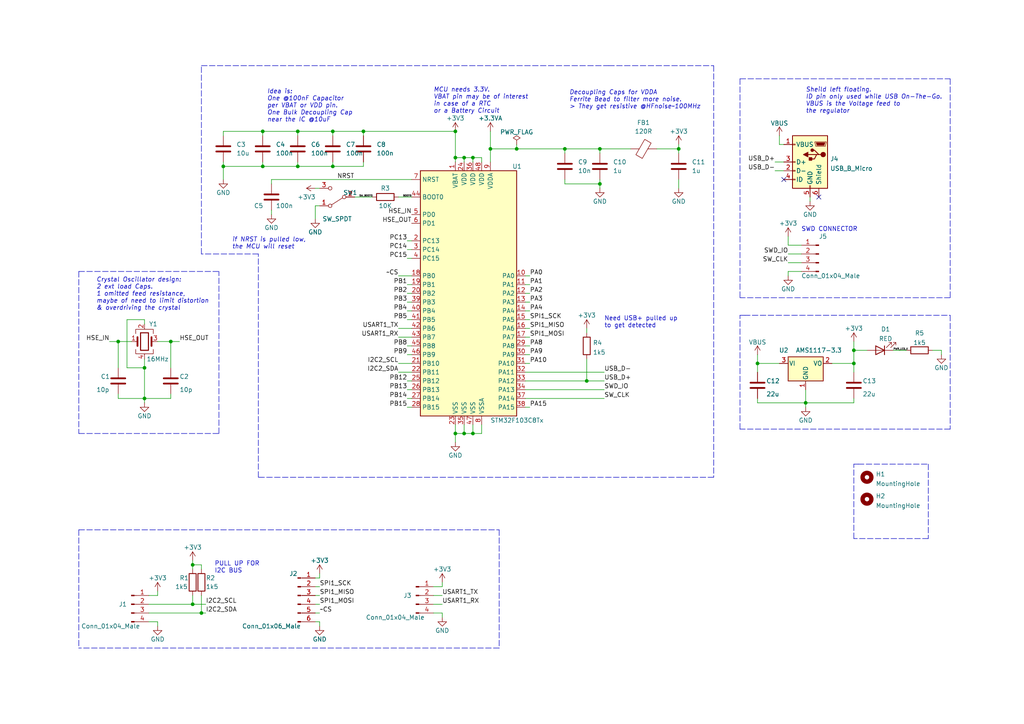
<source format=kicad_sch>
(kicad_sch (version 20211123) (generator eeschema)
  (paper "A4")
  (title_block (title "STM32_DEV_BOARD") (date "2022-02-13") (rev "v1") (company "@SKrish_K"))
  (lib_symbols
    (symbol "Connector:Conn_01x04_Male" (pin_names (offset 1.016) hide)
      (property "Reference" "J" (at 0 5.08 0))
      (property "Value" "Conn_01x04_Male" (at 0 -7.62 0))
      (symbol "Conn_01x04_Male_1_1"
        (polyline (pts (xy 1.27 -5.08) (xy 0.8636 -5.08)) (stroke (width 0.1524)))
        (polyline (pts (xy 1.27 -2.54) (xy 0.8636 -2.54)) (stroke (width 0.1524)))
        (polyline (pts (xy 1.27 0) (xy 0.8636 0)) (stroke (width 0.1524)))
        (polyline (pts (xy 1.27 2.54) (xy 0.8636 2.54)) (stroke (width 0.1524)))
        (rectangle (start 0.8636 -4.953) (end 0 -5.207) (stroke (width 0.1524)) (fill (type outline)))
        (rectangle (start 0.8636 -2.413) (end 0 -2.667) (stroke (width 0.1524)) (fill (type outline)))
        (rectangle (start 0.8636 0.127) (end 0 -0.127) (stroke (width 0.1524)) (fill (type outline)))
        (rectangle (start 0.8636 2.667) (end 0 2.413) (stroke (width 0.1524)) (fill (type outline)))
        (pin passive line (at 5.08 2.54 180) (length 3.81) (name "Pin_1") (number "1"))
        (pin passive line (at 5.08 0 180) (length 3.81) (name "Pin_2") (number "2"))
        (pin passive line (at 5.08 -2.54 180) (length 3.81) (name "Pin_3") (number "3"))
        (pin passive line (at 5.08 -5.08 180) (length 3.81) (name "Pin_4") (number "4"))
      )
    )
    (symbol "Connector:Conn_01x06_Male" (pin_names (offset 1.016) hide)
      (property "Reference" "J" (at 0 7.62 0))
      (property "Value" "Conn_01x06_Male" (at 0 -10.16 0))
      (symbol "Conn_01x06_Male_1_1"
        (polyline (pts (xy 1.27 -7.62) (xy 0.8636 -7.62)) (stroke (width 0.1524)))
        (polyline (pts (xy 1.27 -5.08) (xy 0.8636 -5.08)) (stroke (width 0.1524)))
        (polyline (pts (xy 1.27 -2.54) (xy 0.8636 -2.54)) (stroke (width 0.1524)))
        (polyline (pts (xy 1.27 0) (xy 0.8636 0)) (stroke (width 0.1524)))
        (polyline (pts (xy 1.27 2.54) (xy 0.8636 2.54)) (stroke (width 0.1524)))
        (polyline (pts (xy 1.27 5.08) (xy 0.8636 5.08)) (stroke (width 0.1524)))
        (rectangle (start 0.8636 -7.493) (end 0 -7.747) (stroke (width 0.1524)) (fill (type outline)))
        (rectangle (start 0.8636 -4.953) (end 0 -5.207) (stroke (width 0.1524)) (fill (type outline)))
        (rectangle (start 0.8636 -2.413) (end 0 -2.667) (stroke (width 0.1524)) (fill (type outline)))
        (rectangle (start 0.8636 0.127) (end 0 -0.127) (stroke (width 0.1524)) (fill (type outline)))
        (rectangle (start 0.8636 2.667) (end 0 2.413) (stroke (width 0.1524)) (fill (type outline)))
        (rectangle (start 0.8636 5.207) (end 0 4.953) (stroke (width 0.1524)) (fill (type outline)))
        (pin passive line (at 5.08 5.08 180) (length 3.81) (name "Pin_1") (number "1"))
        (pin passive line (at 5.08 2.54 180) (length 3.81) (name "Pin_2") (number "2"))
        (pin passive line (at 5.08 0 180) (length 3.81) (name "Pin_3") (number "3"))
        (pin passive line (at 5.08 -2.54 180) (length 3.81) (name "Pin_4") (number "4"))
        (pin passive line (at 5.08 -5.08 180) (length 3.81) (name "Pin_5") (number "5"))
        (pin passive line (at 5.08 -7.62 180) (length 3.81) (name "Pin_6") (number "6"))
      )
    )
    (symbol "Connector:USB_B_Micro" (pin_names (offset 1.016))
      (property "Reference" "J" (at -5.08 11.43 0))
      (property "Value" "USB_B_Micro" (at -5.08 8.89 0))
      (symbol "USB_B_Micro_0_1"
        (rectangle (start -5.08 -7.62) (end 5.08 7.62) (stroke (width 0.254)) (fill (type background)))
        (circle (center -3.81 2.159) (radius 0.635) (stroke (width 0.254)) (fill (type outline)))
        (circle (center -0.635 3.429) (radius 0.381) (stroke (width 0.254)) (fill (type outline)))
        (rectangle (start -0.127 -7.62) (end 0.127 -6.858))
        (polyline (pts (xy -1.905 2.159) (xy 0.635 2.159)) (stroke (width 0.254)))
        (polyline (pts (xy -3.175 2.159) (xy -2.54 2.159) (xy -1.27 3.429) (xy -0.635 3.429)) (stroke (width 0.254)))
        (polyline (pts (xy -2.54 2.159) (xy -1.905 2.159) (xy -1.27 0.889) (xy 0 0.889)) (stroke (width 0.254)))
        (polyline (pts (xy 0.635 2.794) (xy 0.635 1.524) (xy 1.905 2.159) (xy 0.635 2.794)) (stroke (width 0.254)) (fill (type outline)))
        (polyline (pts (xy -4.318 5.588) (xy -1.778 5.588) (xy -2.032 4.826) (xy -4.064 4.826) (xy -4.318 5.588)) (fill (type outline)))
        (polyline (pts (xy -4.699 5.842) (xy -4.699 5.588) (xy -4.445 4.826) (xy -4.445 4.572) (xy -1.651 4.572) (xy -1.651 4.826) (xy -1.397 5.588) (xy -1.397 5.842) (xy -4.699 5.842)))
        (rectangle (start 0.254 1.27) (end -0.508 0.508) (stroke (width 0.254)) (fill (type outline)))
        (rectangle (start 5.08 -5.207) (end 4.318 -4.953))
        (rectangle (start 5.08 -2.667) (end 4.318 -2.413))
        (rectangle (start 5.08 -0.127) (end 4.318 0.127))
        (rectangle (start 5.08 4.953) (end 4.318 5.207))
      )
      (symbol "USB_B_Micro_1_1"
        (pin power_out line (at 7.62 5.08 180) (length 2.54) (name "VBUS") (number "1"))
        (pin bidirectional line (at 7.62 -2.54 180) (length 2.54) (name "D-") (number "2"))
        (pin bidirectional line (at 7.62 0 180) (length 2.54) (name "D+") (number "3"))
        (pin passive line (at 7.62 -5.08 180) (length 2.54) (name "ID") (number "4"))
        (pin power_out line (at 0 -10.16 90) (length 2.54) (name "GND") (number "5"))
        (pin passive line (at -2.54 -10.16 90) (length 2.54) (name "Shield") (number "6"))
      )
    )
    (symbol "Device:C" (pin_numbers hide) (pin_names (offset 0.254))
      (property "Reference" "C" (at 0.635 2.54 0))
      (property "Value" "C" (at 0.635 -2.54 0))
      (symbol "C_0_1"
        (polyline (pts (xy -2.032 -0.762) (xy 2.032 -0.762)) (stroke (width 0.508)))
        (polyline (pts (xy -2.032 0.762) (xy 2.032 0.762)) (stroke (width 0.508)))
      )
      (symbol "C_1_1"
        (pin passive line (at 0 3.81 270) (length 2.794) (name "~") (number "1"))
        (pin passive line (at 0 -3.81 90) (length 2.794) (name "~") (number "2"))
      )
    )
    (symbol "Device:Crystal_GND24" (pin_names (offset 1.016) hide)
      (property "Reference" "Y" (at 3.175 5.08 0))
      (property "Value" "Crystal_GND24" (at 3.175 3.175 0))
      (symbol "Crystal_GND24_0_1"
        (rectangle (start -1.143 2.54) (end 1.143 -2.54) (stroke (width 0.3048)))
        (polyline (pts (xy -2.54 0) (xy -2.032 0)))
        (polyline (pts (xy -2.032 -1.27) (xy -2.032 1.27)) (stroke (width 0.508)))
        (polyline (pts (xy 0 -3.81) (xy 0 -3.556)))
        (polyline (pts (xy 0 3.556) (xy 0 3.81)))
        (polyline (pts (xy 2.032 -1.27) (xy 2.032 1.27)) (stroke (width 0.508)))
        (polyline (pts (xy 2.032 0) (xy 2.54 0)))
        (polyline (pts (xy -2.54 -2.286) (xy -2.54 -3.556) (xy 2.54 -3.556) (xy 2.54 -2.286)))
        (polyline (pts (xy -2.54 2.286) (xy -2.54 3.556) (xy 2.54 3.556) (xy 2.54 2.286)))
      )
      (symbol "Crystal_GND24_1_1"
        (pin passive line (at -3.81 0 0) (length 1.27) (name "1") (number "1"))
        (pin passive line (at 0 5.08 270) (length 1.27) (name "2") (number "2"))
        (pin passive line (at 3.81 0 180) (length 1.27) (name "3") (number "3"))
        (pin passive line (at 0 -5.08 90) (length 1.27) (name "4") (number "4"))
      )
    )
    (symbol "Device:FerriteBead" (pin_numbers hide) (pin_names (offset 0))
      (property "Reference" "FB" (at -3.81 0.635 90))
      (property "Value" "FerriteBead" (at 3.81 0 90))
      (symbol "FerriteBead_0_1"
        (polyline (pts (xy 0 -1.27) (xy 0 -1.2192)))
        (polyline (pts (xy 0 1.27) (xy 0 1.2954)))
        (polyline (pts (xy -2.7686 0.4064) (xy -1.7018 2.2606) (xy 2.7686 -0.3048) (xy 1.6764 -2.159) (xy -2.7686 0.4064)))
      )
      (symbol "FerriteBead_1_1"
        (pin passive line (at 0 3.81 270) (length 2.54) (name "~") (number "1"))
        (pin passive line (at 0 -3.81 90) (length 2.54) (name "~") (number "2"))
      )
    )
    (symbol "Device:LED" (pin_numbers hide) (pin_names (offset 1.016) hide)
      (property "Reference" "D" (at 0 2.54 0))
      (property "Value" "LED" (at 0 -2.54 0))
      (symbol "LED_0_1"
        (polyline (pts (xy -1.27 -1.27) (xy -1.27 1.27)) (stroke (width 0.254)))
        (polyline (pts (xy -1.27 0) (xy 1.27 0)))
        (polyline (pts (xy 1.27 -1.27) (xy 1.27 1.27) (xy -1.27 0) (xy 1.27 -1.27)) (stroke (width 0.254)))
        (polyline (pts (xy -3.048 -0.762) (xy -4.572 -2.286) (xy -3.81 -2.286) (xy -4.572 -2.286) (xy -4.572 -1.524)))
        (polyline (pts (xy -1.778 -0.762) (xy -3.302 -2.286) (xy -2.54 -2.286) (xy -3.302 -2.286) (xy -3.302 -1.524)))
      )
      (symbol "LED_1_1"
        (pin passive line (at -3.81 0 0) (length 2.54) (name "K") (number "1"))
        (pin passive line (at 3.81 0 180) (length 2.54) (name "A") (number "2"))
      )
    )
    (symbol "Device:R" (pin_numbers hide) (pin_names (offset 0))
      (property "Reference" "R" (at 2.032 0 90))
      (property "Value" "R" (at 0 0 90))
      (symbol "R_0_1"
        (rectangle (start -1.016 -2.54) (end 1.016 2.54) (stroke (width 0.254)))
      )
      (symbol "R_1_1"
        (pin passive line (at 0 3.81 270) (length 1.27) (name "~") (number "1"))
        (pin passive line (at 0 -3.81 90) (length 1.27) (name "~") (number "2"))
      )
    )
    (symbol "MCU_ST_STM32F1:STM32F103C8Tx"
      (property "Reference" "U" (at -15.24 36.83 0))
      (property "Value" "STM32F103C8Tx" (at 7.62 36.83 0))
      (symbol "STM32F103C8Tx_0_1"
        (rectangle (start -15.24 -35.56) (end 12.7 35.56) (stroke (width 0.254)) (fill (type background)))
      )
      (symbol "STM32F103C8Tx_1_1"
        (pin power_in line (at -5.08 38.1 270) (length 2.54) (name "VBAT") (number "1"))
        (pin bidirectional line (at 15.24 5.08 180) (length 2.54) (name "PA0") (number "10"))
        (pin bidirectional line (at 15.24 2.54 180) (length 2.54) (name "PA1") (number "11"))
        (pin bidirectional line (at 15.24 0 180) (length 2.54) (name "PA2") (number "12"))
        (pin bidirectional line (at 15.24 -2.54 180) (length 2.54) (name "PA3") (number "13"))
        (pin bidirectional line (at 15.24 -5.08 180) (length 2.54) (name "PA4") (number "14"))
        (pin bidirectional line (at 15.24 -7.62 180) (length 2.54) (name "PA5") (number "15"))
        (pin bidirectional line (at 15.24 -10.16 180) (length 2.54) (name "PA6") (number "16"))
        (pin bidirectional line (at 15.24 -12.7 180) (length 2.54) (name "PA7") (number "17"))
        (pin bidirectional line (at -17.78 5.08 0) (length 2.54) (name "PB0") (number "18"))
        (pin bidirectional line (at -17.78 2.54 0) (length 2.54) (name "PB1") (number "19"))
        (pin bidirectional line (at -17.78 15.24 0) (length 2.54) (name "PC13") (number "2"))
        (pin bidirectional line (at -17.78 0 0) (length 2.54) (name "PB2") (number "20"))
        (pin bidirectional line (at -17.78 -20.32 0) (length 2.54) (name "PB10") (number "21"))
        (pin bidirectional line (at -17.78 -22.86 0) (length 2.54) (name "PB11") (number "22"))
        (pin power_in line (at -5.08 -38.1 90) (length 2.54) (name "VSS") (number "23"))
        (pin power_in line (at -2.54 38.1 270) (length 2.54) (name "VDD") (number "24"))
        (pin bidirectional line (at -17.78 -25.4 0) (length 2.54) (name "PB12") (number "25"))
        (pin bidirectional line (at -17.78 -27.94 0) (length 2.54) (name "PB13") (number "26"))
        (pin bidirectional line (at -17.78 -30.48 0) (length 2.54) (name "PB14") (number "27"))
        (pin bidirectional line (at -17.78 -33.02 0) (length 2.54) (name "PB15") (number "28"))
        (pin bidirectional line (at 15.24 -15.24 180) (length 2.54) (name "PA8") (number "29"))
        (pin bidirectional line (at -17.78 12.7 0) (length 2.54) (name "PC14") (number "3"))
        (pin bidirectional line (at 15.24 -17.78 180) (length 2.54) (name "PA9") (number "30"))
        (pin bidirectional line (at 15.24 -20.32 180) (length 2.54) (name "PA10") (number "31"))
        (pin bidirectional line (at 15.24 -22.86 180) (length 2.54) (name "PA11") (number "32"))
        (pin bidirectional line (at 15.24 -25.4 180) (length 2.54) (name "PA12") (number "33"))
        (pin bidirectional line (at 15.24 -27.94 180) (length 2.54) (name "PA13") (number "34"))
        (pin power_in line (at -2.54 -38.1 90) (length 2.54) (name "VSS") (number "35"))
        (pin power_in line (at 0 38.1 270) (length 2.54) (name "VDD") (number "36"))
        (pin bidirectional line (at 15.24 -30.48 180) (length 2.54) (name "PA14") (number "37"))
        (pin bidirectional line (at 15.24 -33.02 180) (length 2.54) (name "PA15") (number "38"))
        (pin bidirectional line (at -17.78 -2.54 0) (length 2.54) (name "PB3") (number "39"))
        (pin bidirectional line (at -17.78 10.16 0) (length 2.54) (name "PC15") (number "4"))
        (pin bidirectional line (at -17.78 -5.08 0) (length 2.54) (name "PB4") (number "40"))
        (pin bidirectional line (at -17.78 -7.62 0) (length 2.54) (name "PB5") (number "41"))
        (pin bidirectional line (at -17.78 -10.16 0) (length 2.54) (name "PB6") (number "42"))
        (pin bidirectional line (at -17.78 -12.7 0) (length 2.54) (name "PB7") (number "43"))
        (pin input line (at -17.78 27.94 0) (length 2.54) (name "BOOT0") (number "44"))
        (pin bidirectional line (at -17.78 -15.24 0) (length 2.54) (name "PB8") (number "45"))
        (pin bidirectional line (at -17.78 -17.78 0) (length 2.54) (name "PB9") (number "46"))
        (pin power_in line (at 0 -38.1 90) (length 2.54) (name "VSS") (number "47"))
        (pin power_in line (at 2.54 38.1 270) (length 2.54) (name "VDD") (number "48"))
        (pin input line (at -17.78 22.86 0) (length 2.54) (name "PD0") (number "5"))
        (pin input line (at -17.78 20.32 0) (length 2.54) (name "PD1") (number "6"))
        (pin input line (at -17.78 33.02 0) (length 2.54) (name "NRST") (number "7"))
        (pin power_in line (at 2.54 -38.1 90) (length 2.54) (name "VSSA") (number "8"))
        (pin power_in line (at 5.08 38.1 270) (length 2.54) (name "VDDA") (number "9"))
      )
    )
    (symbol "Mechanical:MountingHole" (pin_names (offset 1.016))
      (property "Reference" "H" (at 0 5.08 0))
      (property "Value" "MountingHole" (at 0 3.175 0))
      (symbol "MountingHole_0_1"
        (circle (center 0 0) (radius 1.27) (stroke (width 1.27)))
      )
    )
    (symbol "Regulator_Linear:AMS1117-3.3" (pin_names (offset 0.254))
      (property "Reference" "U" (at -3.81 3.175 0))
      (property "Value" "AMS1117-3.3" (at 0 3.175 0))
      (symbol "AMS1117-3.3_0_1"
        (rectangle (start -5.08 -5.08) (end 5.08 1.905) (stroke (width 0.254)) (fill (type background)))
      )
      (symbol "AMS1117-3.3_1_1"
        (pin power_in line (at 0 -7.62 90) (length 2.54) (name "GND") (number "1"))
        (pin power_out line (at 7.62 0 180) (length 2.54) (name "VO") (number "2"))
        (pin power_in line (at -7.62 0 0) (length 2.54) (name "VI") (number "3"))
      )
    )
    (symbol "Switch:SW_SPDT" (pin_names (offset 0) hide)
      (property "Reference" "SW" (at 0 4.318 0))
      (property "Value" "SW_SPDT" (at 0 -5.08 0))
      (symbol "SW_SPDT_0_0"
        (circle (center -2.032 0) (radius 0.508))
        (circle (center 2.032 -2.54) (radius 0.508))
      )
      (symbol "SW_SPDT_0_1"
        (polyline (pts (xy -1.524 0.254) (xy 1.651 2.286)))
        (circle (center 2.032 2.54) (radius 0.508))
      )
      (symbol "SW_SPDT_1_1"
        (pin passive line (at 5.08 2.54 180) (length 2.54) (name "A") (number "1"))
        (pin passive line (at -5.08 0 0) (length 2.54) (name "B") (number "2"))
        (pin passive line (at 5.08 -2.54 180) (length 2.54) (name "C") (number "3"))
      )
    )
    (symbol "power:+3.3V" (power) (pin_names (offset 0))
      (property "Value" "+3.3V" (at 0 3.556 0))
      (symbol "+3.3V_0_1"
        (polyline (pts (xy -0.762 1.27) (xy 0 2.54)))
        (polyline (pts (xy 0 0) (xy 0 2.54)))
        (polyline (pts (xy 0 2.54) (xy 0.762 1.27)))
      )
      (symbol "+3.3V_1_1"
        (pin power_in line (at 0 0 90) (length 0) hide (name "+3V3") (number "1"))
      )
    )
    (symbol "power:+3.3VA" (power) (pin_names (offset 0))
      (property "Value" "+3.3VA" (at 0 3.556 0))
      (symbol "+3.3VA_0_1"
        (polyline (pts (xy -0.762 1.27) (xy 0 2.54)))
        (polyline (pts (xy 0 0) (xy 0 2.54)))
        (polyline (pts (xy 0 2.54) (xy 0.762 1.27)))
      )
      (symbol "+3.3VA_1_1"
        (pin power_in line (at 0 0 90) (length 0) hide (name "+3.3VA") (number "1"))
      )
    )
    (symbol "power:GND" (power) (pin_names (offset 0))
      (property "Value" "GND" (at 0 -3.81 0))
      (symbol "GND_0_1"
        (polyline (pts (xy 0 0) (xy 0 -1.27) (xy 1.27 -1.27) (xy 0 -2.54) (xy -1.27 -1.27) (xy 0 -1.27)))
      )
      (symbol "GND_1_1"
        (pin power_in line (at 0 0 270) (length 0) hide (name "GND") (number "1"))
      )
    )
    (symbol "power:PWR_FLAG" (power) (pin_numbers hide) (pin_names (offset 0) hide)
      (property "Value" "PWR_FLAG" (at 0 3.81 0))
      (symbol "PWR_FLAG_0_0"
        (pin power_out line (at 0 0 90) (length 0) (name "pwr") (number "1"))
      )
      (symbol "PWR_FLAG_0_1"
        (polyline (pts (xy 0 0) (xy 0 1.27) (xy -1.016 1.905) (xy 0 2.54) (xy 1.016 1.905) (xy 0 1.27)))
      )
    )
    (symbol "power:VBUS" (power) (pin_names (offset 0))
      (property "Value" "VBUS" (at 0 3.81 0))
      (symbol "VBUS_0_1"
        (polyline (pts (xy -0.762 1.27) (xy 0 2.54)))
        (polyline (pts (xy 0 0) (xy 0 2.54)))
        (polyline (pts (xy 0 2.54) (xy 0.762 1.27)))
      )
      (symbol "VBUS_1_1"
        (pin power_in line (at 0 0 90) (length 0) hide (name "VBUS") (number "1"))
      )
    )
  )
  (junction (at 142.24 43.18))
  (junction (at 55.88 163.83))
  (junction (at 196.85 43.18))
  (junction (at 137.16 125.73))
  (junction (at 55.88 175.26))
  (junction (at 132.08 125.73))
  (junction (at 137.16 45.72))
  (junction (at 233.68 116.84))
  (junction (at 76.2 48.26))
  (junction (at 163.83 43.18))
  (junction (at 173.99 43.18))
  (junction (at 105.41 38.1))
  (junction (at 134.62 125.73))
  (junction (at 247.65 105.41))
  (junction (at 247.65 101.6))
  (junction (at 219.71 105.41))
  (junction (at 86.36 38.1))
  (junction (at 173.99 53.34))
  (junction (at 132.08 38.1))
  (junction (at 58.42 177.8))
  (junction (at 41.91 115.57))
  (junction (at 34.29 99.06))
  (junction (at 170.18 110.49))
  (junction (at 134.62 45.72))
  (junction (at 41.91 106.68))
  (junction (at 86.36 48.26))
  (junction (at 49.53 99.06))
  (junction (at 132.08 45.72))
  (junction (at 64.77 48.26))
  (junction (at 149.86 43.18))
  (junction (at 96.52 48.26))
  (junction (at 96.52 38.1))
  (junction (at 76.2 38.1))
  (no_connect (at 237.49 57.15))
  (no_connect (at 227.33 52.07))
  (wire (pts (xy 152.4 95.25) (xy 153.67 95.25)))
  (wire (pts (xy 228.6 76.2) (xy 232.41 76.2)))
  (polyline (pts (xy 215.9 91.44) (xy 275.59 91.44)))
  (wire (pts (xy 91.44 172.72) (xy 92.71 172.72)))
  (wire (pts (xy 226.06 39.37) (xy 226.06 41.91)))
  (wire (pts (xy 132.08 45.72) (xy 132.08 46.99)))
  (wire (pts (xy 96.52 48.26) (xy 86.36 48.26)))
  (wire (pts (xy 247.65 99.06) (xy 247.65 101.6)))
  (wire (pts (xy 196.85 52.07) (xy 196.85 54.61)))
  (wire (pts (xy 49.53 114.3) (xy 49.53 115.57)))
  (wire (pts (xy 137.16 123.19) (xy 137.16 125.73)))
  (wire (pts (xy 36.83 92.71) (xy 36.83 106.68)))
  (wire (pts (xy 118.11 102.87) (xy 119.38 102.87)))
  (polyline (pts (xy 275.59 91.44) (xy 275.59 124.46)))
  (wire (pts (xy 137.16 125.73) (xy 139.7 125.73)))
  (wire (pts (xy 175.26 115.57) (xy 152.4 115.57)))
  (wire (pts (xy 86.36 46.99) (xy 86.36 48.26)))
  (wire (pts (xy 149.86 41.91) (xy 149.86 43.18)))
  (polyline (pts (xy 22.86 153.67) (xy 22.86 187.96)))
  (wire (pts (xy 132.08 38.1) (xy 105.41 38.1)))
  (wire (pts (xy 36.83 106.68) (xy 41.91 106.68)))
  (wire (pts (xy 175.26 107.95) (xy 152.4 107.95)))
  (wire (pts (xy 128.27 177.8) (xy 128.27 179.07)))
  (wire (pts (xy 86.36 38.1) (xy 86.36 39.37)))
  (wire (pts (xy 134.62 125.73) (xy 137.16 125.73)))
  (polyline (pts (xy 247.65 134.62) (xy 248.92 134.62)))
  (wire (pts (xy 228.6 73.66) (xy 232.41 73.66)))
  (wire (pts (xy 175.26 110.49) (xy 170.18 110.49)))
  (wire (pts (xy 102.87 57.15) (xy 107.95 57.15)))
  (wire (pts (xy 115.57 107.95) (xy 119.38 107.95)))
  (wire (pts (xy 142.24 43.18) (xy 142.24 46.99)))
  (wire (pts (xy 152.4 97.79) (xy 153.67 97.79)))
  (wire (pts (xy 118.11 100.33) (xy 119.38 100.33)))
  (wire (pts (xy 43.18 180.34) (xy 45.72 180.34)))
  (wire (pts (xy 34.29 99.06) (xy 38.1 99.06)))
  (wire (pts (xy 152.4 85.09) (xy 153.67 85.09)))
  (wire (pts (xy 247.65 116.84) (xy 233.68 116.84)))
  (wire (pts (xy 170.18 110.49) (xy 152.4 110.49)))
  (wire (pts (xy 170.18 104.14) (xy 170.18 110.49)))
  (polyline (pts (xy 74.93 73.66) (xy 58.42 73.66)))
  (polyline (pts (xy 74.93 138.43) (xy 74.93 73.66)))
  (wire (pts (xy 86.36 38.1) (xy 76.2 38.1)))
  (wire (pts (xy 115.57 57.15) (xy 119.38 57.15)))
  (polyline (pts (xy 22.86 153.67) (xy 144.78 153.67)))
  (polyline (pts (xy 214.63 22.86) (xy 275.59 22.86)))
  (wire (pts (xy 125.73 175.26) (xy 128.27 175.26)))
  (wire (pts (xy 118.11 115.57) (xy 119.38 115.57)))
  (polyline (pts (xy 63.5 125.73) (xy 63.5 78.74)))
  (wire (pts (xy 152.4 92.71) (xy 153.67 92.71)))
  (wire (pts (xy 96.52 38.1) (xy 86.36 38.1)))
  (wire (pts (xy 118.11 82.55) (xy 119.38 82.55)))
  (polyline (pts (xy 269.24 134.62) (xy 269.24 156.21)))
  (wire (pts (xy 173.99 43.18) (xy 182.88 43.18)))
  (polyline (pts (xy 58.42 73.66) (xy 58.42 19.05)))
  (wire (pts (xy 273.05 101.6) (xy 273.05 102.87)))
  (wire (pts (xy 139.7 123.19) (xy 139.7 125.73)))
  (wire (pts (xy 196.85 41.91) (xy 196.85 43.18)))
  (wire (pts (xy 41.91 104.14) (xy 41.91 106.68)))
  (wire (pts (xy 233.68 116.84) (xy 233.68 118.11)))
  (wire (pts (xy 125.73 172.72) (xy 128.27 172.72)))
  (wire (pts (xy 118.11 69.85) (xy 119.38 69.85)))
  (wire (pts (xy 92.71 180.34) (xy 92.71 181.61)))
  (polyline (pts (xy 207.01 138.43) (xy 74.93 138.43)))
  (wire (pts (xy 105.41 38.1) (xy 96.52 38.1)))
  (wire (pts (xy 219.71 116.84) (xy 233.68 116.84)))
  (wire (pts (xy 118.11 72.39) (xy 119.38 72.39)))
  (wire (pts (xy 247.65 105.41) (xy 247.65 107.95)))
  (wire (pts (xy 55.88 163.83) (xy 55.88 165.1)))
  (wire (pts (xy 115.57 95.25) (xy 119.38 95.25)))
  (polyline (pts (xy 275.59 86.36) (xy 214.63 86.36)))
  (wire (pts (xy 105.41 46.99) (xy 105.41 48.26)))
  (wire (pts (xy 163.83 43.18) (xy 173.99 43.18)))
  (wire (pts (xy 49.53 99.06) (xy 49.53 106.68)))
  (wire (pts (xy 76.2 48.26) (xy 64.77 48.26)))
  (wire (pts (xy 45.72 180.34) (xy 45.72 181.61)))
  (wire (pts (xy 76.2 38.1) (xy 64.77 38.1)))
  (polyline (pts (xy 22.86 125.73) (xy 63.5 125.73)))
  (wire (pts (xy 173.99 44.45) (xy 173.99 43.18)))
  (wire (pts (xy 226.06 41.91) (xy 227.33 41.91)))
  (wire (pts (xy 139.7 46.99) (xy 139.7 45.72)))
  (wire (pts (xy 105.41 48.26) (xy 96.52 48.26)))
  (wire (pts (xy 125.73 177.8) (xy 128.27 177.8)))
  (wire (pts (xy 55.88 172.72) (xy 55.88 175.26)))
  (wire (pts (xy 91.44 180.34) (xy 92.71 180.34)))
  (wire (pts (xy 64.77 38.1) (xy 64.77 39.37)))
  (wire (pts (xy 247.65 115.57) (xy 247.65 116.84)))
  (wire (pts (xy 118.11 85.09) (xy 119.38 85.09)))
  (wire (pts (xy 234.95 57.15) (xy 234.95 58.42)))
  (wire (pts (xy 34.29 114.3) (xy 34.29 115.57)))
  (wire (pts (xy 41.91 115.57) (xy 49.53 115.57)))
  (wire (pts (xy 137.16 46.99) (xy 137.16 45.72)))
  (wire (pts (xy 152.4 82.55) (xy 153.67 82.55)))
  (wire (pts (xy 128.27 168.91) (xy 128.27 170.18)))
  (wire (pts (xy 118.11 110.49) (xy 119.38 110.49)))
  (wire (pts (xy 78.74 52.07) (xy 78.74 53.34)))
  (polyline (pts (xy 144.78 187.96) (xy 22.86 187.96)))
  (polyline (pts (xy 214.63 22.86) (xy 214.63 86.36)))
  (wire (pts (xy 118.11 90.17) (xy 119.38 90.17)))
  (wire (pts (xy 92.71 166.37) (xy 92.71 167.64)))
  (polyline (pts (xy 22.86 78.74) (xy 63.5 78.74)))
  (wire (pts (xy 142.24 38.1) (xy 142.24 43.18)))
  (wire (pts (xy 115.57 80.01) (xy 119.38 80.01)))
  (wire (pts (xy 78.74 60.96) (xy 78.74 62.23)))
  (wire (pts (xy 64.77 46.99) (xy 64.77 48.26)))
  (wire (pts (xy 228.6 68.58) (xy 228.6 71.12)))
  (wire (pts (xy 134.62 45.72) (xy 137.16 45.72)))
  (wire (pts (xy 34.29 115.57) (xy 41.91 115.57)))
  (wire (pts (xy 219.71 102.87) (xy 219.71 105.41)))
  (wire (pts (xy 41.91 93.98) (xy 41.91 92.71)))
  (wire (pts (xy 132.08 125.73) (xy 134.62 125.73)))
  (wire (pts (xy 173.99 52.07) (xy 173.99 53.34)))
  (wire (pts (xy 163.83 43.18) (xy 163.83 44.45)))
  (polyline (pts (xy 207.01 19.05) (xy 207.01 138.43)))
  (wire (pts (xy 78.74 52.07) (xy 119.38 52.07)))
  (wire (pts (xy 118.11 113.03) (xy 119.38 113.03)))
  (wire (pts (xy 132.08 38.1) (xy 132.08 45.72)))
  (wire (pts (xy 226.06 105.41) (xy 219.71 105.41)))
  (wire (pts (xy 58.42 163.83) (xy 55.88 163.83)))
  (wire (pts (xy 173.99 53.34) (xy 173.99 54.61)))
  (wire (pts (xy 91.44 59.69) (xy 91.44 63.5)))
  (wire (pts (xy 142.24 43.18) (xy 149.86 43.18)))
  (wire (pts (xy 91.44 54.61) (xy 92.71 54.61)))
  (wire (pts (xy 247.65 101.6) (xy 247.65 105.41)))
  (wire (pts (xy 228.6 71.12) (xy 232.41 71.12)))
  (wire (pts (xy 152.4 87.63) (xy 153.67 87.63)))
  (wire (pts (xy 232.41 78.74) (xy 228.6 78.74)))
  (wire (pts (xy 163.83 52.07) (xy 163.83 53.34)))
  (wire (pts (xy 96.52 46.99) (xy 96.52 48.26)))
  (wire (pts (xy 58.42 172.72) (xy 58.42 177.8)))
  (wire (pts (xy 43.18 175.26) (xy 55.88 175.26)))
  (wire (pts (xy 132.08 125.73) (xy 132.08 128.27)))
  (wire (pts (xy 64.77 48.26) (xy 64.77 52.07)))
  (polyline (pts (xy 275.59 124.46) (xy 214.63 124.46)))
  (wire (pts (xy 196.85 43.18) (xy 196.85 44.45)))
  (polyline (pts (xy 214.63 91.44) (xy 217.17 91.44)))
  (wire (pts (xy 219.71 115.57) (xy 219.71 116.84)))
  (wire (pts (xy 115.57 97.79) (xy 119.38 97.79)))
  (wire (pts (xy 228.6 78.74) (xy 228.6 80.01)))
  (polyline (pts (xy 248.92 134.62) (xy 269.24 134.62)))
  (wire (pts (xy 224.79 46.99) (xy 227.33 46.99)))
  (polyline (pts (xy 214.63 124.46) (xy 214.63 91.44)))
  (wire (pts (xy 115.57 105.41) (xy 119.38 105.41)))
  (wire (pts (xy 55.88 175.26) (xy 59.69 175.26)))
  (wire (pts (xy 152.4 100.33) (xy 153.67 100.33)))
  (wire (pts (xy 91.44 175.26) (xy 92.71 175.26)))
  (wire (pts (xy 91.44 170.18) (xy 92.71 170.18)))
  (wire (pts (xy 134.62 46.99) (xy 134.62 45.72)))
  (wire (pts (xy 34.29 99.06) (xy 34.29 106.68)))
  (wire (pts (xy 43.18 177.8) (xy 58.42 177.8)))
  (wire (pts (xy 125.73 170.18) (xy 128.27 170.18)))
  (wire (pts (xy 152.4 90.17) (xy 153.67 90.17)))
  (wire (pts (xy 58.42 165.1) (xy 58.42 163.83)))
  (wire (pts (xy 170.18 95.25) (xy 170.18 96.52)))
  (wire (pts (xy 233.68 113.03) (xy 233.68 116.84)))
  (wire (pts (xy 43.18 172.72) (xy 45.72 172.72)))
  (polyline (pts (xy 247.65 156.21) (xy 247.65 134.62)))
  (polyline (pts (xy 144.78 153.67) (xy 144.78 187.96)))
  (wire (pts (xy 137.16 45.72) (xy 139.7 45.72)))
  (polyline (pts (xy 269.24 156.21) (xy 247.65 156.21)))
  (wire (pts (xy 76.2 46.99) (xy 76.2 48.26)))
  (wire (pts (xy 92.71 59.69) (xy 91.44 59.69)))
  (wire (pts (xy 86.36 48.26) (xy 76.2 48.26)))
  (wire (pts (xy 41.91 115.57) (xy 41.91 116.84)))
  (wire (pts (xy 270.51 101.6) (xy 273.05 101.6)))
  (wire (pts (xy 241.3 105.41) (xy 247.65 105.41)))
  (polyline (pts (xy 22.86 78.74) (xy 22.86 125.73)))
  (wire (pts (xy 149.86 43.18) (xy 163.83 43.18)))
  (wire (pts (xy 152.4 102.87) (xy 153.67 102.87)))
  (wire (pts (xy 105.41 38.1) (xy 105.41 39.37)))
  (wire (pts (xy 118.11 87.63) (xy 119.38 87.63)))
  (wire (pts (xy 45.72 171.45) (xy 45.72 172.72)))
  (wire (pts (xy 247.65 101.6) (xy 251.46 101.6)))
  (wire (pts (xy 152.4 105.41) (xy 153.67 105.41)))
  (wire (pts (xy 31.75 99.06) (xy 34.29 99.06)))
  (polyline (pts (xy 275.59 22.86) (xy 275.59 86.36)))
  (wire (pts (xy 152.4 118.11) (xy 153.67 118.11)))
  (wire (pts (xy 224.79 49.53) (xy 227.33 49.53)))
  (polyline (pts (xy 176.53 19.05) (xy 207.01 19.05)))
  (wire (pts (xy 132.08 123.19) (xy 132.08 125.73)))
  (wire (pts (xy 163.83 53.34) (xy 173.99 53.34)))
  (wire (pts (xy 219.71 105.41) (xy 219.71 107.95)))
  (wire (pts (xy 175.26 113.03) (xy 152.4 113.03)))
  (polyline (pts (xy 58.42 19.05) (xy 176.53 19.05)))
  (wire (pts (xy 55.88 162.56) (xy 55.88 163.83)))
  (wire (pts (xy 58.42 177.8) (xy 59.69 177.8)))
  (wire (pts (xy 152.4 80.01) (xy 153.67 80.01)))
  (wire (pts (xy 96.52 38.1) (xy 96.52 39.37)))
  (wire (pts (xy 41.91 106.68) (xy 41.91 115.57)))
  (wire (pts (xy 91.44 177.8) (xy 92.71 177.8)))
  (wire (pts (xy 190.5 43.18) (xy 196.85 43.18)))
  (wire (pts (xy 41.91 92.71) (xy 36.83 92.71)))
  (wire (pts (xy 134.62 123.19) (xy 134.62 125.73)))
  (wire (pts (xy 49.53 99.06) (xy 52.07 99.06)))
  (wire (pts (xy 76.2 38.1) (xy 76.2 39.37)))
  (wire (pts (xy 118.11 118.11) (xy 119.38 118.11)))
  (wire (pts (xy 45.72 99.06) (xy 49.53 99.06)))
  (wire (pts (xy 132.08 45.72) (xy 134.62 45.72)))
  (wire (pts (xy 118.11 92.71) (xy 119.38 92.71)))
  (wire (pts (xy 259.08 101.6) (xy 262.89 101.6)))
  (wire (pts (xy 91.44 167.64) (xy 92.71 167.64)))
  (wire (pts (xy 118.11 74.93) (xy 119.38 74.93)))
  (text "PULL UP FOR \nI2C BUS" (at 62.23 166.37 0) (effects (font (size 1.27 1.27)) (justify left bottom)))
  (text "if NRST is pulled low, \nthe MCU will reset" (at 67.31 72.39 0) (effects (font (size 1.27 1.27) italic) (justify left bottom)))
  (text "Idea is:\nOne @100nF Capacitor \nper VBAT or VDD pin.\nOne Bulk Decoupling Cap \nnear the IC @10uF" (at 77.47 35.56 0) (effects (font (size 1.27 1.27) italic) (justify left bottom)))
  (text "MCU needs 3.3V.\nVBAT pin may be of interest \nin case of a RTC \nor a Battery Circuit" (at 125.73 33.02 0) (effects (font (size 1.27 1.27) italic) (justify left bottom)))
  (text "Sheild left floating.\nID pin only used while USB On-The-Go.\nVBUS is the Voltage feed to\nthe regulator" (at 233.68 33.02 0) (effects (font (size 1.27 1.27) italic) (justify left bottom)))
  (text "Decoupling Caps for VDDA\nFerrite Bead to filter more noise.\n> They get resistive @HFnoise~100MHz" (at 165.1 31.75 0) (effects (font (size 1.27 1.27) italic) (justify left bottom)))
  (text "Need USB+ pulled up\nto get detected" (at 175.26 95.25 0) (effects (font (size 1.27 1.27)) (justify left bottom)))
  (text "Crystal Oscillator design:\n2 ext load Caps.\n1 omitted feed resistance,\nmaybe of need to limit distortion\n& overdriving the crystal\n" (at 27.94 90.17 0) (effects (font (size 1.27 1.27) italic) (justify left bottom)))
  (text "SWD CONNECTOR" (at 232.41 67.31 0) (effects (font (size 1.27 1.27)) (justify left bottom)))
  (label "PA9" (at 153.67 102.87 0))
  (label "SW_CLK" (at 228.6 76.2 180))
  (label "SWD_IO" (at 175.26 113.03 0))
  (label "SPI1_MISO" (at 92.71 172.72 0))
  (label "USART1_RX" (at 128.27 175.26 0))
  (label "SW_CLK" (at 175.26 115.57 0))
  (label "PA4" (at 153.67 90.17 0))
  (label "PB5" (at 118.11 92.71 180))
  (label "PB12" (at 118.11 110.49 180))
  (label "PA0" (at 153.67 80.01 0))
  (label "USART1_TX" (at 128.27 172.72 0))
  (label "~CS" (at 92.71 177.8 0))
  (label "PA2" (at 153.67 85.09 0))
  (label "I2C2_SCL" (at 115.57 105.41 180))
  (label "SPI1_MISO" (at 153.67 95.25 0))
  (label "PB3" (at 118.11 87.63 180))
  (label "USART1_RX" (at 115.57 97.79 180))
  (label "PC15" (at 118.11 74.93 180))
  (label "PB1" (at 118.11 82.55 180))
  (label "PWR_LED_K" (at 259.08 101.6 0) (effects (font (size 0.5 0.5))))
  (label "PB4" (at 118.11 90.17 180))
  (label "USART1_TX" (at 115.57 95.25 180))
  (label "SWD_IO" (at 228.6 73.66 180))
  (label "HSE_OUT" (at 52.07 99.06 0))
  (label "NRST" (at 97.79 52.07 0))
  (label "PA15" (at 153.67 118.11 0))
  (label "BOOT0" (at 116.84 57.15 0) (effects (font (size 0.5 0.5))))
  (label "PA10" (at 153.67 105.41 0))
  (label "PC14" (at 118.11 72.39 180))
  (label "PB9" (at 118.11 102.87 180))
  (label "SPI1_MOSI" (at 92.71 175.26 0))
  (label "PB14" (at 118.11 115.57 180))
  (label "PA3" (at 153.67 87.63 0))
  (label "HSE_IN" (at 31.75 99.06 180))
  (label "USB_D-" (at 224.79 49.53 180))
  (label "SPI1_MOSI" (at 153.67 97.79 0))
  (label "PA8" (at 153.67 100.33 0))
  (label "SPI1_SCK" (at 92.71 170.18 0))
  (label "PB2" (at 118.11 85.09 180))
  (label "USB_D+" (at 224.79 46.99 180))
  (label "HSE_IN" (at 119.38 62.23 180))
  (label "I2C2_SDA" (at 59.69 177.8 0))
  (label "PB13" (at 118.11 113.03 180))
  (label "PB8" (at 118.11 100.33 180))
  (label "I2C2_SDA" (at 115.57 107.95 180))
  (label "USB_D-" (at 175.26 107.95 0))
  (label "HSE_OUT" (at 119.38 64.77 180))
  (label "PC13" (at 118.11 69.85 180))
  (label "I2C2_SCL" (at 59.69 175.26 0))
  (label "PB15" (at 118.11 118.11 180))
  (label "~CS" (at 115.57 80.01 180))
  (label "SW_BOOT0" (at 104.14 57.15 0) (effects (font (size 0.5 0.5))))
  (label "SPI1_SCK" (at 153.67 92.71 0))
  (label "PA1" (at 153.67 82.55 0))
  (label "USB_D+" (at 175.26 110.49 0))
  (symbol (lib_id "power:VBUS") (at 219.71 102.87 0) (unit 1)
    (property "Reference" "#PWR020" (effects hide))
    (property "Value" "VBUS" (at 219.71 99.2655 0))
  )
  (symbol (lib_id "Device:C") (at 76.2 43.18 0) (unit 1)
    (property "Reference" "C4" (at 80.01 41.9099 0) (effects (justify left)))
    (property "Value" "100n" (at 80.01 44.4499 0) (effects (justify left)))
    (property "Footprint" "Capacitor_SMD:C_0402_1005Metric" (effects hide))
  )
  (symbol (lib_id "power:GND") (at 78.74 62.23 0) (unit 1)
    (property "Reference" "#PWR06" (effects hide))
    (property "Value" "GND" (at 78.74 66.04 0))
  )
  (symbol (lib_id "Device:C") (at 96.52 43.18 0) (unit 1)
    (property "Reference" "C7" (at 100.33 41.9099 0) (effects (justify left)))
    (property "Value" "100n" (at 100.33 44.4499 0) (effects (justify left)))
    (property "Footprint" "Capacitor_SMD:C_0402_1005Metric" (effects hide))
  )
  (symbol (lib_id "power:+3.3V") (at 247.65 99.06 0) (unit 1)
    (property "Reference" "#PWR026" (effects hide))
    (property "Value" "+3.3V" (at 247.65 95.25 0))
  )
  (symbol (lib_id "power:GND") (at 273.05 102.87 0) (unit 1)
    (property "Reference" "#PWR027" (effects hide))
    (property "Value" "GND" (at 273.05 106.68 0))
  )
  (symbol (lib_id "power:GND") (at 91.44 63.5 0) (unit 1)
    (property "Reference" "#PWR08" (effects hide))
    (property "Value" "GND" (at 91.44 67.31 0))
  )
  (symbol (lib_id "Connector:Conn_01x04_Male") (at 120.65 172.72 0) (unit 1)
    (property "Reference" "J3" (at 119.38 172.72 0) (effects (justify right)))
    (property "Value" "Conn_01x04_Male" (at 123.19 179.07 0) (effects (justify right)))
    (property "Footprint" "Connector_PinHeader_2.54mm:PinHeader_1x04_P2.54mm_Vertical" (effects hide))
  )
  (symbol (lib_id "power:GND") (at 128.27 179.07 0) (unit 1)
    (property "Reference" "#PWR012" (effects hide))
    (property "Value" "GND" (at 128.27 182.88 0))
  )
  (symbol (lib_id "power:+3.3V") (at 170.18 95.25 0) (unit 1)
    (property "Reference" "#PWR016" (effects hide))
    (property "Value" "+3.3V" (at 170.18 91.44 0))
  )
  (symbol (lib_id "Device:R") (at 266.7 101.6 90) (unit 1)
    (property "Reference" "R5" (at 266.7 96.6175 90))
    (property "Value" "1k5" (at 266.7 99.3926 90))
    (property "Footprint" "Resistor_SMD:R_0402_1005Metric" (effects hide))
  )
  (symbol (lib_id "Device:C") (at 64.77 43.18 0) (unit 1)
    (property "Reference" "C3" (at 68.58 41.9099 0) (effects (justify left)))
    (property "Value" "10u" (at 68.58 44.4499 0) (effects (justify left)))
    (property "Footprint" "Capacitor_SMD:C_0603_1608Metric" (effects hide))
  )
  (symbol (lib_id "power:GND") (at 92.71 181.61 0) (unit 1)
    (property "Reference" "#PWR010" (effects hide))
    (property "Value" "GND" (at 92.71 185.42 0))
  )
  (symbol (lib_id "power:GND") (at 132.08 128.27 0) (unit 1)
    (property "Reference" "#PWR014" (effects hide))
    (property "Value" "GND" (at 132.08 132.08 0))
  )
  (symbol (lib_id "Device:R") (at 58.42 168.91 0) (unit 1)
    (property "Reference" "R2" (at 59.69 167.64 0) (effects (justify left)))
    (property "Value" "1k5" (at 59.69 170.18 0) (effects (justify left)))
    (property "Footprint" "Resistor_SMD:R_0402_1005Metric" (effects hide))
  )
  (symbol (lib_id "Device:R") (at 170.18 100.33 0) (unit 1)
    (property "Reference" "R4" (at 171.958 99.4215 0) (effects (justify left)))
    (property "Value" "1k5" (at 171.958 102.1966 0) (effects (justify left)))
    (property "Footprint" "Resistor_SMD:R_0402_1005Metric" (effects hide))
  )
  (symbol (lib_id "Connector:Conn_01x04_Male") (at 237.49 73.66 0) (mirror y) (unit 1)
    (property "Reference" "J5" (at 237.49 68.58 0) (effects (justify right)))
    (property "Value" "Conn_01x04_Male" (at 232.41 80.01 0) (effects (justify right)))
    (property "Footprint" "Connector_PinHeader_2.54mm:PinHeader_1x04_P2.54mm_Vertical" (effects hide))
  )
  (symbol (lib_id "MCU_ST_STM32F1:STM32F103C8Tx") (at 137.16 85.09 0) (unit 1)
    (property "Reference" "U1" (at 148.59 48.26 0) (effects (justify left)))
    (property "Value" "STM32F103C8Tx" (at 142.24 121.92 0) (effects (justify left)))
    (property "Footprint" "Package_QFP:LQFP-48_7x7mm_P0.5mm" (effects hide))
    (property "Datasheet" "http://www.st.com/st-web-ui/static/active/en/resource/technical/document/datasheet/CD00161566.pdf" (effects hide))
  )
  (symbol (lib_id "Device:R") (at 55.88 168.91 0) (unit 1)
    (property "Reference" "R1" (at 52.07 167.64 0) (effects (justify left)))
    (property "Value" "1k5" (at 50.8 170.18 0) (effects (justify left)))
    (property "Footprint" "Resistor_SMD:R_0402_1005Metric" (effects hide))
  )
  (symbol (lib_id "Device:C") (at 49.53 110.49 0) (unit 1)
    (property "Reference" "C2" (at 52.07 109.22 0) (effects (justify left)))
    (property "Value" "10p" (at 52.07 113.03 0) (effects (justify left)))
    (property "Footprint" "Capacitor_SMD:C_0402_1005Metric" (effects hide))
  )
  (symbol (lib_id "Device:C") (at 196.85 48.26 0) (unit 1)
    (property "Reference" "C11" (at 200.66 46.9899 0) (effects (justify left)))
    (property "Value" "1u" (at 200.66 49.5299 0) (effects (justify left)))
    (property "Footprint" "Capacitor_SMD:C_0402_1005Metric" (effects hide))
  )
  (symbol (lib_id "power:GND") (at 173.99 54.61 0) (unit 1)
    (property "Reference" "#PWR017" (effects hide))
    (property "Value" "GND" (at 173.99 58.42 0))
  )
  (symbol (lib_id "Device:C") (at 78.74 57.15 0) (unit 1)
    (property "Reference" "C5" (at 73.66 59.69 0) (effects (justify left)))
    (property "Value" "100n" (at 80.01 59.69 0) (effects (justify left)))
    (property "Footprint" "Capacitor_SMD:C_0402_1005Metric" (effects hide))
  )
  (symbol (lib_id "Switch:SW_SPDT") (at 97.79 57.15 180) (unit 1)
    (property "Reference" "SW1" (at 101.6 55.88 0))
    (property "Value" "SW_SPDT" (at 97.79 63.5 0))
    (property "Footprint" "Button_Switch_SMD:SW_SPDT_PCM12" (effects hide))
  )
  (symbol (lib_id "Mechanical:MountingHole") (at 251.46 138.43 0) (unit 1)
    (property "Reference" "H1" (at 254 137.5215 0) (effects (justify left)))
    (property "Value" "MountingHole" (at 254 140.2966 0) (effects (justify left)))
    (property "Footprint" "MountingHole:MountingHole_2.2mm_M2" (effects hide))
  )
  (symbol (lib_id "power:+3.3V") (at 228.6 68.58 0) (unit 1)
    (property "Reference" "#PWR022" (effects hide))
    (property "Value" "+3.3V" (at 228.6 64.77 0))
  )
  (symbol (lib_id "Device:C") (at 105.41 43.18 0) (unit 1)
    (property "Reference" "C8" (at 109.22 41.9099 0) (effects (justify left)))
    (property "Value" "100n" (at 109.22 44.4499 0) (effects (justify left)))
    (property "Footprint" "Capacitor_SMD:C_0402_1005Metric" (effects hide))
  )
  (symbol (lib_id "power:+3.3V") (at 132.08 38.1 0) (unit 1)
    (property "Reference" "#PWR013" (effects hide))
    (property "Value" "+3.3V" (at 132.08 34.29 0))
  )
  (symbol (lib_id "power:+3.3V") (at 55.88 162.56 0) (unit 1)
    (property "Reference" "#PWR04" (effects hide))
    (property "Value" "+3.3V" (at 55.88 158.75 0))
  )
  (symbol (lib_id "Device:C") (at 173.99 48.26 0) (unit 1)
    (property "Reference" "C10" (at 177.8 46.9899 0) (effects (justify left)))
    (property "Value" "1u" (at 177.8 49.5299 0) (effects (justify left)))
    (property "Footprint" "Capacitor_SMD:C_0402_1005Metric" (effects hide))
  )
  (symbol (lib_id "Mechanical:MountingHole") (at 251.46 144.78 0) (unit 1)
    (property "Reference" "H2" (at 254 143.8715 0) (effects (justify left)))
    (property "Value" "MountingHole" (at 254 146.6466 0) (effects (justify left)))
    (property "Footprint" "MountingHole:MountingHole_2.2mm_M2" (effects hide))
  )
  (symbol (lib_id "Regulator_Linear:AMS1117-3.3") (at 233.68 105.41 0) (unit 1)
    (property "Reference" "U2" (at 227.33 101.6 0))
    (property "Value" "AMS1117-3.3" (at 237.49 101.6 0))
    (property "Footprint" "Package_TO_SOT_SMD:SOT-223-3_TabPin2" (effects hide))
    (property "Datasheet" "http://www.advanced-monolithic.com/pdf/ds1117.pdf" (effects hide))
  )
  (symbol (lib_id "power:GND") (at 228.6 80.01 0) (unit 1)
    (property "Reference" "#PWR023" (effects hide))
    (property "Value" "GND" (at 228.6 83.82 0))
  )
  (symbol (lib_id "power:GND") (at 41.91 116.84 0) (unit 1)
    (property "Reference" "#PWR01" (effects hide))
    (property "Value" "GND" (at 41.91 120.65 0))
  )
  (symbol (lib_id "power:GND") (at 45.72 181.61 0) (unit 1)
    (property "Reference" "#PWR03" (effects hide))
    (property "Value" "GND" (at 45.72 185.42 0))
  )
  (symbol (lib_id "Connector:USB_B_Micro") (at 234.95 46.99 0) (mirror y) (unit 1)
    (property "Reference" "J4" (at 240.792 46.0815 0) (effects (justify right)))
    (property "Value" "USB_B_Micro" (at 240.792 48.8566 0) (effects (justify right)))
    (property "Footprint" "Connector_USB:USB_Micro-B_Wuerth_629105150521" (effects hide))
  )
  (symbol (lib_id "Device:R") (at 111.76 57.15 90) (unit 1)
    (property "Reference" "R3" (at 111.76 54.61 90))
    (property "Value" "10K" (at 111.76 59.69 90))
    (property "Footprint" "Resistor_SMD:R_0402_1005Metric" (effects hide))
  )
  (symbol (lib_id "power:GND") (at 233.68 118.11 0) (unit 1)
    (property "Reference" "#PWR024" (effects hide))
    (property "Value" "GND" (at 233.68 121.92 0))
  )
  (symbol (lib_id "power:PWR_FLAG") (at 149.86 41.91 0) (unit 1)
    (property "Reference" "#FLG0101" (effects hide))
    (property "Value" "PWR_FLAG" (at 149.86 38.3055 0))
  )
  (symbol (lib_id "Device:C") (at 34.29 110.49 0) (unit 1)
    (property "Reference" "C1" (at 29.21 109.22 0) (effects (justify left)))
    (property "Value" "10p" (at 27.94 113.03 0) (effects (justify left)))
    (property "Footprint" "Capacitor_SMD:C_0402_1005Metric" (effects hide))
  )
  (symbol (lib_id "power:GND") (at 196.85 54.61 0) (unit 1)
    (property "Reference" "#PWR019" (effects hide))
    (property "Value" "GND" (at 196.85 58.42 0))
  )
  (symbol (lib_id "power:VBUS") (at 226.06 39.37 0) (unit 1)
    (property "Reference" "#PWR021" (effects hide))
    (property "Value" "VBUS" (at 226.06 35.7655 0))
  )
  (symbol (lib_id "power:+3.3V") (at 45.72 171.45 0) (unit 1)
    (property "Reference" "#PWR02" (effects hide))
    (property "Value" "+3.3V" (at 45.72 167.64 0))
  )
  (symbol (lib_id "power:+3.3V") (at 128.27 168.91 0) (unit 1)
    (property "Reference" "#PWR011" (effects hide))
    (property "Value" "+3.3V" (at 128.27 165.1 0))
  )
  (symbol (lib_id "power:+3.3V") (at 92.71 166.37 0) (unit 1)
    (property "Reference" "#PWR09" (effects hide))
    (property "Value" "+3.3V" (at 92.71 162.56 0))
  )
  (symbol (lib_id "Connector:Conn_01x04_Male") (at 38.1 175.26 0) (unit 1)
    (property "Reference" "J1" (at 36.83 175.26 0) (effects (justify right)))
    (property "Value" "Conn_01x04_Male" (at 40.64 181.61 0) (effects (justify right)))
    (property "Footprint" "Connector_PinHeader_2.54mm:PinHeader_1x04_P2.54mm_Vertical" (effects hide))
  )
  (symbol (lib_id "Connector:Conn_01x06_Male") (at 86.36 172.72 0) (unit 1)
    (property "Reference" "J2" (at 85.09 166.37 0))
    (property "Value" "Conn_01x06_Male" (at 78.74 181.61 0))
    (property "Footprint" "Connector_PinHeader_2.54mm:PinHeader_1x06_P2.54mm_Vertical" (effects hide))
  )
  (symbol (lib_id "Device:LED") (at 255.27 101.6 180) (unit 1)
    (property "Reference" "D1" (at 256.8575 95.4745 0))
    (property "Value" "RED" (at 256.8575 98.2496 0))
    (property "Footprint" "LED_SMD:LED_0603_1608Metric" (effects hide))
  )
  (symbol (lib_id "power:+3.3V") (at 196.85 41.91 0) (unit 1)
    (property "Reference" "#PWR018" (effects hide))
    (property "Value" "+3.3V" (at 196.85 38.1 0))
  )
  (symbol (lib_id "Device:FerriteBead") (at 186.69 43.18 90) (unit 1)
    (property "Reference" "FB1" (at 186.6392 35.56 90))
    (property "Value" "120R" (at 186.6392 38.1 90))
    (property "Footprint" "Inductor_SMD:L_0603_1608Metric" (effects hide))
  )
  (symbol (lib_id "Device:Crystal_GND24") (at 41.91 99.06 0) (unit 1)
    (property "Reference" "Y1" (at 44.45 93.98 0))
    (property "Value" "16MHz" (at 45.72 104.14 0))
    (property "Footprint" "Crystal:Crystal_SMD_3225-4Pin_3.2x2.5mm" (effects hide))
  )
  (symbol (lib_id "power:GND") (at 64.77 52.07 0) (unit 1)
    (property "Reference" "#PWR05" (effects hide))
    (property "Value" "GND" (at 64.77 55.88 0))
  )
  (symbol (lib_id "Device:C") (at 219.71 111.76 0) (unit 1)
    (property "Reference" "C12" (at 222.25 110.49 0) (effects (justify left)))
    (property "Value" "22u" (at 222.25 114.3 0) (effects (justify left)))
    (property "Footprint" "Capacitor_SMD:C_0805_2012Metric" (effects hide))
  )
  (symbol (lib_id "power:+3.3V") (at 91.44 54.61 90) (unit 1)
    (property "Reference" "#PWR07" (effects hide))
    (property "Value" "+3.3V" (at 88.9 57.15 90))
  )
  (symbol (lib_id "Device:C") (at 247.65 111.76 0) (unit 1)
    (property "Reference" "C13" (at 250.19 110.49 0) (effects (justify left)))
    (property "Value" "22u" (at 250.19 114.3 0) (effects (justify left)))
    (property "Footprint" "Capacitor_SMD:C_0805_2012Metric" (effects hide))
  )
  (symbol (lib_id "Device:C") (at 86.36 43.18 0) (unit 1)
    (property "Reference" "C6" (at 90.17 41.9099 0) (effects (justify left)))
    (property "Value" "100n" (at 90.17 44.4499 0) (effects (justify left)))
    (property "Footprint" "Capacitor_SMD:C_0402_1005Metric" (effects hide))
  )
  (symbol (lib_id "Device:C") (at 163.83 48.26 0) (unit 1)
    (property "Reference" "C9" (at 167.64 46.9899 0) (effects (justify left)))
    (property "Value" "10n" (at 167.64 49.5299 0) (effects (justify left)))
    (property "Footprint" "Capacitor_SMD:C_0402_1005Metric" (effects hide))
  )
  (symbol (lib_id "power:+3.3VA") (at 142.24 38.1 0) (unit 1)
    (property "Reference" "#PWR015" (effects hide))
    (property "Value" "+3.3VA" (at 142.24 34.29 0))
  )
  (symbol (lib_id "power:GND") (at 234.95 58.42 0) (unit 1)
    (property "Reference" "#PWR025" (effects hide))
    (property "Value" "GND" (at 234.95 62.23 0))
  )
)
</source>
